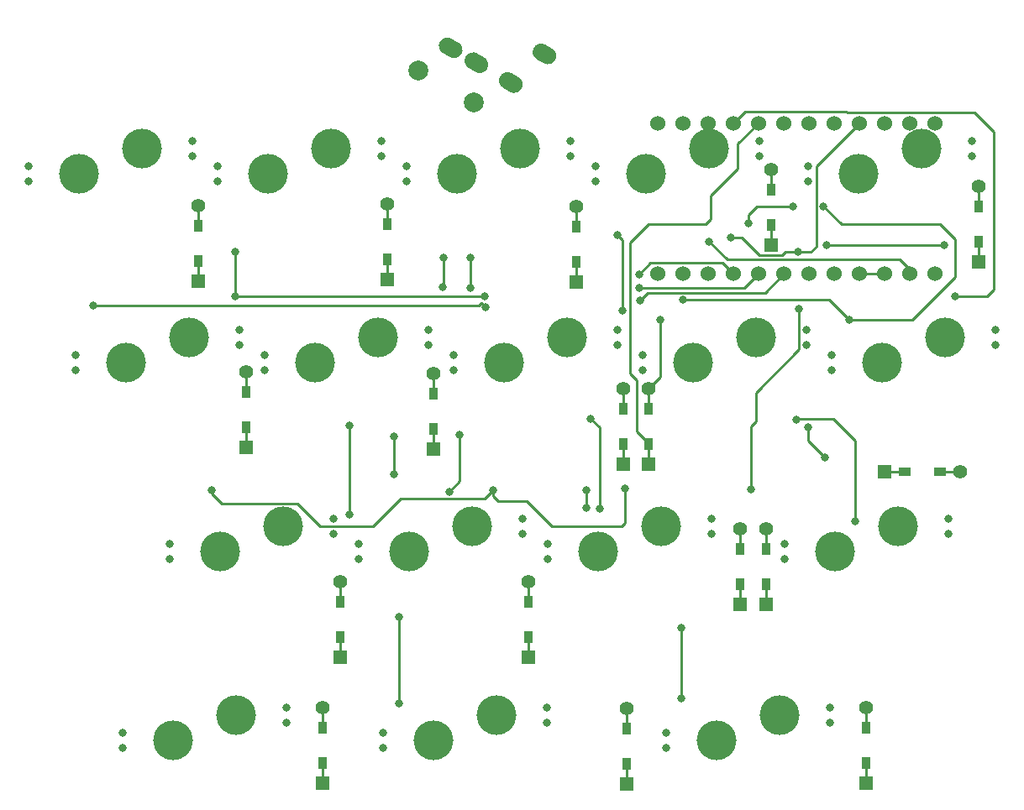
<source format=gbr>
G04 #@! TF.GenerationSoftware,KiCad,Pcbnew,(5.1.6-0-10_14)*
G04 #@! TF.CreationDate,2022-02-21T07:56:40+09:00*
G04 #@! TF.ProjectId,cool936,636f6f6c-3933-4362-9e6b-696361645f70,rev?*
G04 #@! TF.SameCoordinates,Original*
G04 #@! TF.FileFunction,Copper,L1,Top*
G04 #@! TF.FilePolarity,Positive*
%FSLAX46Y46*%
G04 Gerber Fmt 4.6, Leading zero omitted, Abs format (unit mm)*
G04 Created by KiCad (PCBNEW (5.1.6-0-10_14)) date 2022-02-21 07:56:40*
%MOMM*%
%LPD*%
G01*
G04 APERTURE LIST*
G04 #@! TA.AperFunction,SMDPad,CuDef*
%ADD10R,0.950000X1.300000*%
G04 #@! TD*
G04 #@! TA.AperFunction,ComponentPad*
%ADD11R,1.397000X1.397000*%
G04 #@! TD*
G04 #@! TA.AperFunction,ComponentPad*
%ADD12C,1.397000*%
G04 #@! TD*
G04 #@! TA.AperFunction,SMDPad,CuDef*
%ADD13R,1.300000X0.950000*%
G04 #@! TD*
G04 #@! TA.AperFunction,ViaPad*
%ADD14C,0.800000*%
G04 #@! TD*
G04 #@! TA.AperFunction,ViaPad*
%ADD15C,4.000000*%
G04 #@! TD*
G04 #@! TA.AperFunction,ComponentPad*
%ADD16C,2.000000*%
G04 #@! TD*
G04 #@! TA.AperFunction,ComponentPad*
%ADD17C,1.524000*%
G04 #@! TD*
G04 #@! TA.AperFunction,Conductor*
%ADD18C,0.250000*%
G04 #@! TD*
G04 APERTURE END LIST*
D10*
X208240000Y-6065000D03*
D11*
X208240000Y-8100000D03*
D12*
X208240000Y-480000D03*
D10*
X208240000Y-2515000D03*
X227340000Y-6325000D03*
D11*
X227340000Y-8360000D03*
D12*
X227340000Y-740000D03*
D10*
X227340000Y-2775000D03*
X246980000Y-2565000D03*
D11*
X246980000Y-4600000D03*
D12*
X246980000Y3020000D03*
D10*
X246980000Y985000D03*
X189180000Y-6195000D03*
D11*
X189180000Y-8230000D03*
D12*
X189180000Y-610000D03*
D10*
X189180000Y-2645000D03*
X194010000Y-22995000D03*
D11*
X194010000Y-25030000D03*
D12*
X194010000Y-17410000D03*
D10*
X194010000Y-19445000D03*
X212880000Y-23185000D03*
D11*
X212880000Y-25220000D03*
D12*
X212880000Y-17600000D03*
D10*
X212880000Y-19635000D03*
X232080000Y-24715000D03*
D11*
X232080000Y-26750000D03*
D12*
X232080000Y-19130000D03*
D10*
X232080000Y-21165000D03*
X234570000Y-24695000D03*
D11*
X234570000Y-26730000D03*
D12*
X234570000Y-19110000D03*
D10*
X234570000Y-21145000D03*
D13*
X260415000Y-27450000D03*
D11*
X258380000Y-27450000D03*
D12*
X266000000Y-27450000D03*
D13*
X263965000Y-27450000D03*
D10*
X203500000Y-44115000D03*
D11*
X203500000Y-46150000D03*
D12*
X203500000Y-38530000D03*
D10*
X203500000Y-40565000D03*
X222500000Y-44145000D03*
D11*
X222500000Y-46180000D03*
D12*
X222500000Y-38560000D03*
D10*
X222500000Y-40595000D03*
X243780000Y-38825000D03*
D11*
X243780000Y-40860000D03*
D12*
X243780000Y-33240000D03*
D10*
X243780000Y-35275000D03*
X201760000Y-56865000D03*
D11*
X201760000Y-58900000D03*
D12*
X201760000Y-51280000D03*
D10*
X201760000Y-53315000D03*
X267830000Y-4255000D03*
D11*
X267830000Y-6290000D03*
D12*
X267830000Y1330000D03*
D10*
X267830000Y-705000D03*
X256480000Y-56850000D03*
D11*
X256480000Y-58885000D03*
D12*
X256480000Y-51265000D03*
D10*
X256480000Y-53300000D03*
X246430000Y-38825000D03*
D11*
X246430000Y-40860000D03*
D12*
X246430000Y-33240000D03*
D10*
X246430000Y-35275000D03*
D14*
X264795500Y-33782000D03*
X248285500Y-36322000D03*
X264795500Y-32258000D03*
X248285500Y-34798000D03*
D15*
X253365500Y-35560000D03*
X259715500Y-33020000D03*
D14*
X224314000Y-52832000D03*
X207804000Y-55372000D03*
X224314000Y-51308000D03*
X207804000Y-53848000D03*
D15*
X212884000Y-54610000D03*
X219234000Y-52070000D03*
G04 #@! TA.AperFunction,ComponentPad*
G36*
G01*
X224187690Y15604775D02*
X224880510Y15204775D01*
G75*
G02*
X225191632Y14043653I-425000J-736122D01*
G01*
X225191632Y14043653D01*
G75*
G02*
X224030510Y13732531I-736122J425000D01*
G01*
X223337690Y14132531D01*
G75*
G02*
X223026568Y15293653I425000J736122D01*
G01*
X223026568Y15293653D01*
G75*
G02*
X224187690Y15604775I736122J-425000D01*
G01*
G37*
G04 #@! TD.AperFunction*
G04 #@! TA.AperFunction,ComponentPad*
G36*
G01*
X220788652Y12717469D02*
X221481472Y12317469D01*
G75*
G02*
X221792594Y11156347I-425000J-736122D01*
G01*
X221792594Y11156347D01*
G75*
G02*
X220631472Y10845225I-736122J425000D01*
G01*
X219938652Y11245225D01*
G75*
G02*
X219627530Y12406347I425000J736122D01*
G01*
X219627530Y12406347D01*
G75*
G02*
X220788652Y12717469I736122J-425000D01*
G01*
G37*
G04 #@! TD.AperFunction*
G04 #@! TA.AperFunction,ComponentPad*
G36*
G01*
X217324550Y14717469D02*
X218017370Y14317469D01*
G75*
G02*
X218328492Y13156347I-425000J-736122D01*
G01*
X218328492Y13156347D01*
G75*
G02*
X217167370Y12845225I-736122J425000D01*
G01*
X216474550Y13245225D01*
G75*
G02*
X216163428Y14406347I425000J736122D01*
G01*
X216163428Y14406347D01*
G75*
G02*
X217324550Y14717469I736122J-425000D01*
G01*
G37*
G04 #@! TD.AperFunction*
G04 #@! TA.AperFunction,ComponentPad*
G36*
G01*
X214726474Y16217469D02*
X215419294Y15817469D01*
G75*
G02*
X215730416Y14656347I-425000J-736122D01*
G01*
X215730416Y14656347D01*
G75*
G02*
X214569294Y14345225I-736122J425000D01*
G01*
X213876474Y14745225D01*
G75*
G02*
X213565352Y15906347I425000J736122D01*
G01*
X213565352Y15906347D01*
G75*
G02*
X214726474Y16217469I736122J-425000D01*
G01*
G37*
G04 #@! TD.AperFunction*
D16*
X217014583Y9775000D03*
X211385417Y13025000D03*
D17*
X263478000Y-7521400D03*
X260938000Y-7521400D03*
X258398000Y-7521400D03*
X255858000Y-7521400D03*
X253318000Y-7521400D03*
X250778000Y-7521400D03*
X248238000Y-7521400D03*
X245698000Y-7521400D03*
X243158000Y-7521400D03*
X240618000Y-7521400D03*
X238078000Y-7521400D03*
X235538000Y-7521400D03*
X235538000Y7698600D03*
X238078000Y7698600D03*
X240618000Y7698600D03*
X243158000Y7698600D03*
X245698000Y7698600D03*
X248238000Y7698600D03*
X250778000Y7698600D03*
X253318000Y7698600D03*
X255858000Y7698600D03*
X258398000Y7698600D03*
X260938000Y7698600D03*
X263478000Y7698600D03*
D14*
X202882500Y-33782000D03*
X186372500Y-36322000D03*
X202882500Y-32258000D03*
X186372500Y-34798000D03*
D15*
X191452500Y-35560000D03*
X197802500Y-33020000D03*
D14*
X221932500Y-33782000D03*
X205422500Y-36322000D03*
X221932500Y-32258000D03*
X205422500Y-34798000D03*
D15*
X210502500Y-35560000D03*
X216852500Y-33020000D03*
D14*
X240982500Y-33782000D03*
X224472500Y-36322000D03*
X240982500Y-32258000D03*
X224472500Y-34798000D03*
D15*
X229552500Y-35560000D03*
X235902500Y-33020000D03*
D14*
X198120000Y-52832000D03*
X181610000Y-55372000D03*
X198120000Y-51308000D03*
X181610000Y-53848000D03*
D15*
X186690000Y-54610000D03*
X193040000Y-52070000D03*
D14*
X267175999Y4318000D03*
X250665999Y1778000D03*
X267175999Y5842000D03*
X250665999Y3302000D03*
D15*
X255745999Y2540000D03*
X262095999Y5080000D03*
D14*
X252888500Y-52832000D03*
X236378500Y-55372000D03*
X252888500Y-51308000D03*
X236378500Y-53848000D03*
D15*
X241458500Y-54610000D03*
X247808500Y-52070000D03*
D10*
X232390000Y-53365000D03*
D12*
X232390000Y-51330000D03*
D11*
X232390000Y-58950000D03*
D10*
X232390000Y-56915000D03*
D14*
X188595000Y4318000D03*
X172085000Y1778000D03*
X188595000Y5842000D03*
X172085000Y3302000D03*
D15*
X177165000Y2540000D03*
X183515000Y5080000D03*
D14*
X207645000Y4318000D03*
X191135000Y1778000D03*
X207645000Y5842000D03*
X191135000Y3302000D03*
D15*
X196215000Y2540000D03*
X202565000Y5080000D03*
D14*
X226695000Y4318000D03*
X210185000Y1778000D03*
X226695000Y5842000D03*
X210185000Y3302000D03*
D15*
X215265000Y2540000D03*
X221615000Y5080000D03*
D14*
X245745000Y4318000D03*
X229235000Y1778000D03*
X245745000Y5842000D03*
X229235000Y3302000D03*
D15*
X234315000Y2540000D03*
X240665000Y5080000D03*
D14*
X193357500Y-14732000D03*
X176847500Y-17272000D03*
X193357500Y-13208000D03*
X176847500Y-15748000D03*
D15*
X181927500Y-16510000D03*
X188277500Y-13970000D03*
D14*
X212407500Y-14732000D03*
X195897500Y-17272000D03*
X212407500Y-13208000D03*
X195897500Y-15748000D03*
D15*
X200977500Y-16510000D03*
X207327500Y-13970000D03*
D14*
X231457500Y-14732000D03*
X214947500Y-17272000D03*
X231457500Y-13208000D03*
X214947500Y-15748000D03*
D15*
X220027500Y-16510000D03*
X226377500Y-13970000D03*
D14*
X250507500Y-14732000D03*
X233997500Y-17272000D03*
X250507500Y-13208000D03*
X233997500Y-15748000D03*
D15*
X239077500Y-16510000D03*
X245427500Y-13970000D03*
D14*
X269557500Y-14732000D03*
X253047500Y-17272000D03*
X269557500Y-13208000D03*
X253047500Y-15748000D03*
D15*
X258127500Y-16510000D03*
X264477500Y-13970000D03*
D14*
X235760000Y-12140000D03*
X252550000Y-4600000D03*
X264420000Y-4600000D03*
X265490000Y-9820000D03*
X208970000Y-27730000D03*
X208930000Y-23950000D03*
X213860000Y-8840000D03*
X213940000Y-5850000D03*
X252370000Y-26070000D03*
X250640000Y-23020000D03*
X249650000Y-5325000D03*
X249780000Y-11040000D03*
X244910000Y-29230000D03*
X190570000Y-29340000D03*
X218930000Y-29340000D03*
X232200000Y-29210000D03*
X242880000Y-3880000D03*
X240710000Y-4280000D03*
X214490000Y-29490000D03*
X215570000Y-23710000D03*
X228320000Y-29350000D03*
X228330000Y-31150010D03*
X178652500Y-10747500D03*
X218140000Y-10880000D03*
X233740000Y-10220000D03*
X192970000Y-9810000D03*
X218120000Y-9800000D03*
X233700000Y-8970000D03*
X209450000Y-50860000D03*
X209450000Y-42140000D03*
X204410000Y-31760000D03*
X204440000Y-22820000D03*
X192970000Y-5260000D03*
X216650000Y-8960000D03*
X233630000Y-7600000D03*
X237880000Y-50360000D03*
X237890000Y-43210000D03*
X229640000Y-31240000D03*
X228770000Y-22100000D03*
X216650000Y-5880000D03*
X249520000Y-22200000D03*
X255380000Y-32440000D03*
X231980000Y-11210000D03*
X231450000Y-3560000D03*
X254830000Y-12190000D03*
X252230000Y-710000D03*
X238060000Y-10150000D03*
X244640000Y-2380000D03*
X249140000Y-680000D03*
D18*
X189180000Y-610000D02*
X189180000Y-2645000D01*
X208240000Y-480000D02*
X208240000Y-2515000D01*
X227340000Y-740000D02*
X227340000Y-2775000D01*
X246980000Y3020000D02*
X246980000Y985000D01*
X194010000Y-17410000D02*
X194010000Y-19445000D01*
X212880000Y-19635000D02*
X212880000Y-17600000D01*
X232080000Y-19130000D02*
X232080000Y-21165000D01*
X234570000Y-21145000D02*
X234570000Y-19110000D01*
X235760000Y-17920000D02*
X235760000Y-12140000D01*
X234570000Y-19110000D02*
X235760000Y-17920000D01*
X263965000Y-27450000D02*
X266000000Y-27450000D01*
X203500000Y-38530000D02*
X203500000Y-40565000D01*
X222500000Y-40595000D02*
X222500000Y-38560000D01*
X243780000Y-35275000D02*
X243780000Y-33240000D01*
X201760000Y-51280000D02*
X201760000Y-53315000D01*
X267830000Y1330000D02*
X267830000Y-705000D01*
X256480000Y-51265000D02*
X256480000Y-53300000D01*
X246430000Y-33240000D02*
X246430000Y-35275000D01*
X232390000Y-51330000D02*
X232390000Y-53365000D01*
X189180000Y-8230000D02*
X189180000Y-6195000D01*
X208240000Y-6065000D02*
X208240000Y-8100000D01*
X227340000Y-6325000D02*
X227340000Y-8360000D01*
X246980000Y-4600000D02*
X246980000Y-2565000D01*
X267830000Y-4255000D02*
X267830000Y-6290000D01*
X252550000Y-4600000D02*
X264420000Y-4600000D01*
X258380000Y-27450000D02*
X260415000Y-27450000D01*
X234570000Y-26730000D02*
X234570000Y-24695000D01*
X232080000Y-24715000D02*
X232080000Y-26750000D01*
X212880000Y-25220000D02*
X212880000Y-23185000D01*
X194010000Y-22995000D02*
X194010000Y-25030000D01*
X240830000Y-1980000D02*
X240340000Y-2470000D01*
X232705001Y-4354999D02*
X234590000Y-2470000D01*
X234590000Y-2470000D02*
X240340000Y-2470000D01*
X233380000Y-18220000D02*
X232705001Y-17545001D01*
X232705001Y-17545001D02*
X232705001Y-4354999D01*
X233380000Y-23440000D02*
X233380000Y-18220000D01*
X234570000Y-24630000D02*
X233380000Y-23440000D01*
X234570000Y-24695000D02*
X234570000Y-24630000D01*
X240830000Y350000D02*
X240830000Y-1980000D01*
X243590000Y3110000D02*
X240830000Y350000D01*
X243590000Y5590600D02*
X243590000Y3110000D01*
X245698000Y7698600D02*
X243590000Y5590600D01*
X203500000Y-44115000D02*
X203500000Y-46150000D01*
X222500000Y-44145000D02*
X222500000Y-46180000D01*
X243780000Y-40860000D02*
X243780000Y-38825000D01*
X246430000Y-38825000D02*
X246430000Y-40860000D01*
X269410000Y-9080000D02*
X268670000Y-9820000D01*
X268670000Y-9820000D02*
X265490000Y-9820000D01*
X269410000Y6810000D02*
X269410000Y-9080000D01*
X267430000Y8790000D02*
X269410000Y6810000D01*
X254570000Y8790000D02*
X267430000Y8790000D01*
X247780000Y8820000D02*
X254540000Y8820000D01*
X254540000Y8820000D02*
X254570000Y8790000D01*
X244299390Y8839990D02*
X247760010Y8839990D01*
X247760010Y8839990D02*
X247780000Y8820000D01*
X243158000Y7698600D02*
X244299390Y8839990D01*
X256480000Y-56850000D02*
X256480000Y-58885000D01*
X232390000Y-56915000D02*
X232390000Y-58950000D01*
X201760000Y-56865000D02*
X201760000Y-58900000D01*
X208930000Y-27690000D02*
X208970000Y-27730000D01*
X208930000Y-23950000D02*
X208930000Y-27690000D01*
X213940000Y-5850000D02*
X213940000Y-8760000D01*
X213940000Y-8760000D02*
X213860000Y-8840000D01*
X250640000Y-24340000D02*
X252370000Y-26070000D01*
X250640000Y-23020000D02*
X250640000Y-24340000D01*
X255858000Y-7521400D02*
X258398000Y-7521400D01*
X248060000Y-5640000D02*
X248375000Y-5325000D01*
X248375000Y-5325000D02*
X249650000Y-5325000D01*
X245780000Y-5640000D02*
X248060000Y-5640000D01*
X251504999Y3345599D02*
X251504999Y-4755001D01*
X249650000Y-5325000D02*
X250935000Y-5325000D01*
X250935000Y-5325000D02*
X251504999Y-4755001D01*
X249782499Y-11667501D02*
X249780000Y-11665002D01*
X249780000Y-11665002D02*
X249780000Y-11040000D01*
X245410000Y-19500000D02*
X249782499Y-15127501D01*
X249782499Y-15127501D02*
X249782499Y-11667501D01*
X245410000Y-22430000D02*
X245410000Y-19500000D01*
X244910000Y-22930000D02*
X245410000Y-22430000D01*
X244910000Y-29230000D02*
X244910000Y-22930000D01*
X191604999Y-30694999D02*
X190570000Y-29660000D01*
X190570000Y-29660000D02*
X190570000Y-29340000D01*
X201503001Y-32983001D02*
X199214999Y-30694999D01*
X199214999Y-30694999D02*
X191604999Y-30694999D01*
X209595001Y-30215001D02*
X206827001Y-32983001D01*
X206827001Y-32983001D02*
X201503001Y-32983001D01*
X218930000Y-29340000D02*
X218054999Y-30215001D01*
X218054999Y-30215001D02*
X209595001Y-30215001D01*
X219405010Y-30425010D02*
X218930000Y-29950000D01*
X218930000Y-29950000D02*
X218930000Y-29340000D01*
X224863001Y-32983001D02*
X222305010Y-30425010D01*
X222305010Y-30425010D02*
X219405010Y-30425010D01*
X232200000Y-32630000D02*
X231846999Y-32983001D01*
X231846999Y-32983001D02*
X224863001Y-32983001D01*
X232200000Y-29210000D02*
X232200000Y-32630000D01*
X242880000Y-3880000D02*
X244020000Y-3880000D01*
X244020000Y-3880000D02*
X245780000Y-5640000D01*
X255858000Y7698600D02*
X251504999Y3345599D01*
X259940010Y-6090010D02*
X260938000Y-7088000D01*
X260938000Y-7088000D02*
X260938000Y-7521400D01*
X242520010Y-6090010D02*
X259940010Y-6090010D01*
X240710000Y-4280000D02*
X242520010Y-6090010D01*
X215570000Y-23710000D02*
X215570000Y-28410000D01*
X215570000Y-28410000D02*
X214490000Y-29490000D01*
X228330000Y-31150010D02*
X228330000Y-29360000D01*
X228330000Y-29360000D02*
X228320000Y-29350000D01*
X217730000Y-10470000D02*
X217452500Y-10747500D01*
X217452500Y-10747500D02*
X178652500Y-10747500D01*
X218140000Y-10880000D02*
X217730000Y-10470000D01*
X248238000Y-7521400D02*
X246339390Y-9420010D01*
X246339390Y-9420010D02*
X234539990Y-9420010D01*
X234539990Y-9420010D02*
X233740000Y-10220000D01*
X192970000Y-5260000D02*
X192970000Y-9810000D01*
X218120000Y-9800000D02*
X192980000Y-9800000D01*
X192980000Y-9800000D02*
X192970000Y-9810000D01*
X245698000Y-7521400D02*
X244249400Y-8970000D01*
X244249400Y-8970000D02*
X233700000Y-8970000D01*
X209450000Y-42140000D02*
X209450000Y-50860000D01*
X204440000Y-22820000D02*
X204440000Y-31730000D01*
X204440000Y-31730000D02*
X204410000Y-31760000D01*
X216650000Y-5880000D02*
X216650000Y-8960000D01*
X243158000Y-7521400D02*
X242070999Y-6434399D01*
X242070999Y-6434399D02*
X234795601Y-6434399D01*
X234795601Y-6434399D02*
X233630000Y-7600000D01*
X237890000Y-43210000D02*
X237890000Y-50350000D01*
X237890000Y-50350000D02*
X237880000Y-50360000D01*
X228770000Y-22100000D02*
X229640000Y-22970000D01*
X229640000Y-22970000D02*
X229640000Y-31240000D01*
X253220000Y-22180000D02*
X249540000Y-22180000D01*
X249540000Y-22180000D02*
X249520000Y-22200000D01*
X253220000Y-22180000D02*
X255380000Y-24340000D01*
X255380000Y-24340000D02*
X255380000Y-32440000D01*
X255370000Y-32430000D02*
X255380000Y-32440000D01*
X231450000Y-3560000D02*
X231980000Y-4090000D01*
X231980000Y-4090000D02*
X231980000Y-11210000D01*
X264010000Y-2530000D02*
X254050000Y-2530000D01*
X254050000Y-2530000D02*
X252230000Y-710000D01*
X265530000Y-4050000D02*
X264010000Y-2530000D01*
X265530000Y-7840000D02*
X265530000Y-4050000D01*
X261180000Y-12190000D02*
X265530000Y-7840000D01*
X254830000Y-12190000D02*
X261180000Y-12190000D01*
X238060000Y-10150000D02*
X250930000Y-10150000D01*
X250930000Y-10150000D02*
X251310000Y-10150000D01*
X252790000Y-10150000D02*
X250930000Y-10150000D01*
X254830000Y-12190000D02*
X252790000Y-10150000D01*
X249140000Y-680000D02*
X245540000Y-680000D01*
X244640000Y-2380000D02*
X244640000Y-1580000D01*
X244640000Y-1580000D02*
X245540000Y-680000D01*
M02*

</source>
